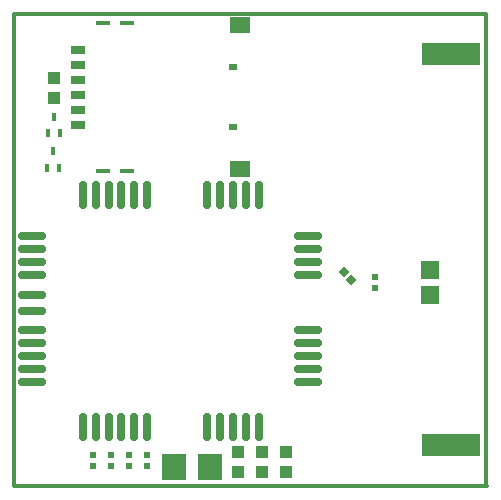
<source format=gtp>
%FSLAX44Y44*%
%MOMM*%
G71*
G01*
G75*
G04 Layer_Color=8421504*
%ADD10O,2.4000X0.7500*%
%ADD11O,0.7500X2.4000*%
%ADD12R,0.6200X0.5000*%
%ADD13R,1.0000X1.1000*%
%ADD14R,0.4000X0.8000*%
%ADD15R,2.0000X2.2000*%
%ADD16R,1.1500X0.6500*%
%ADD17R,0.8000X0.5400*%
%ADD18R,1.3000X0.4500*%
%ADD19R,1.7000X1.3400*%
%ADD20R,1.7000X1.4000*%
%ADD21R,0.6000X0.6200*%
%ADD22R,1.5000X1.6000*%
%ADD23R,5.0000X1.9000*%
%ADD24P,0.8485X4X180.0*%
%ADD25C,0.2032*%
%ADD26C,0.2000*%
%ADD27C,0.7500*%
%ADD28C,0.3000*%
%ADD29C,0.5000*%
%ADD30C,0.1800*%
%ADD31C,0.8000*%
%ADD32C,1.2000*%
%ADD33C,1.0000*%
%ADD34R,5.0000X4.0000*%
%ADD35R,5.0000X4.0000*%
%ADD36C,3.0000*%
%ADD37C,1.0000*%
%ADD38R,1.0000X1.0000*%
%ADD39C,0.6100*%
%ADD40C,0.6000*%
%ADD41C,1.2700*%
%ADD42C,0.6350*%
%ADD43R,2.8700X0.7110*%
%ADD44R,1.1000X1.0000*%
%ADD45R,0.5000X2.1300*%
%ADD46R,3.2000X1.0000*%
%ADD47R,2.6000X1.0000*%
%ADD48R,1.2000X0.9000*%
%ADD49R,1.2700X1.2700*%
%ADD50R,0.5000X0.5000*%
%ADD51R,0.5000X0.4000*%
%ADD52C,0.2500*%
%ADD53C,0.1524*%
%ADD54C,0.2540*%
%ADD55C,0.1499*%
D10*
X15764Y148380D02*
D03*
Y161880D02*
D03*
X248764Y211880D02*
D03*
Y200880D02*
D03*
Y189880D02*
D03*
Y178880D02*
D03*
Y131880D02*
D03*
Y120880D02*
D03*
Y109880D02*
D03*
Y98880D02*
D03*
Y87880D02*
D03*
X15764D02*
D03*
Y98880D02*
D03*
Y109880D02*
D03*
Y120880D02*
D03*
Y131880D02*
D03*
Y178880D02*
D03*
Y189880D02*
D03*
Y200880D02*
D03*
Y211880D02*
D03*
D11*
X207264Y50380D02*
D03*
X196264D02*
D03*
X185264D02*
D03*
X174264D02*
D03*
X163264D02*
D03*
X113264D02*
D03*
X102264D02*
D03*
X91264D02*
D03*
X80264D02*
D03*
X69264D02*
D03*
X58264D02*
D03*
Y246380D02*
D03*
X69264D02*
D03*
X80264D02*
D03*
X91264D02*
D03*
X102264D02*
D03*
X113264D02*
D03*
X163264D02*
D03*
X174264D02*
D03*
X185264D02*
D03*
X196264D02*
D03*
X207264D02*
D03*
D12*
X305816Y177350D02*
D03*
Y167450D02*
D03*
D13*
X189738Y28820D02*
D03*
Y11820D02*
D03*
X210312Y28820D02*
D03*
Y11820D02*
D03*
X230886Y28820D02*
D03*
Y11820D02*
D03*
X34290Y328304D02*
D03*
Y345304D02*
D03*
D14*
X33782Y312562D02*
D03*
X38782Y298562D02*
D03*
X28782D02*
D03*
X33528Y283352D02*
D03*
X38528Y269352D02*
D03*
X28528D02*
D03*
D15*
X166130Y16510D02*
D03*
X136130D02*
D03*
D16*
X54102Y369570D02*
D03*
Y356870D02*
D03*
Y344170D02*
D03*
Y331470D02*
D03*
Y318770D02*
D03*
Y306070D02*
D03*
D17*
X185602Y354720D02*
D03*
Y303920D02*
D03*
D18*
X95802Y392020D02*
D03*
X75802D02*
D03*
Y266620D02*
D03*
X95802D02*
D03*
D19*
X191402Y390100D02*
D03*
D20*
Y268220D02*
D03*
D21*
X67310Y16736D02*
D03*
Y25936D02*
D03*
X82550Y16736D02*
D03*
Y25936D02*
D03*
X97790D02*
D03*
Y16736D02*
D03*
X113029D02*
D03*
Y25936D02*
D03*
D22*
X352828Y161900D02*
D03*
Y182850D02*
D03*
D23*
X369828Y34740D02*
D03*
Y365740D02*
D03*
D24*
X279449Y181307D02*
D03*
X285955Y174801D02*
D03*
D28*
X0Y400000D02*
X400000D01*
X0D02*
X400000D01*
X0Y-0D02*
Y400000D01*
Y-0D02*
X400000D01*
Y400000D01*
Y-0D02*
Y400000D01*
X762Y-254D02*
X400762D01*
M02*

</source>
